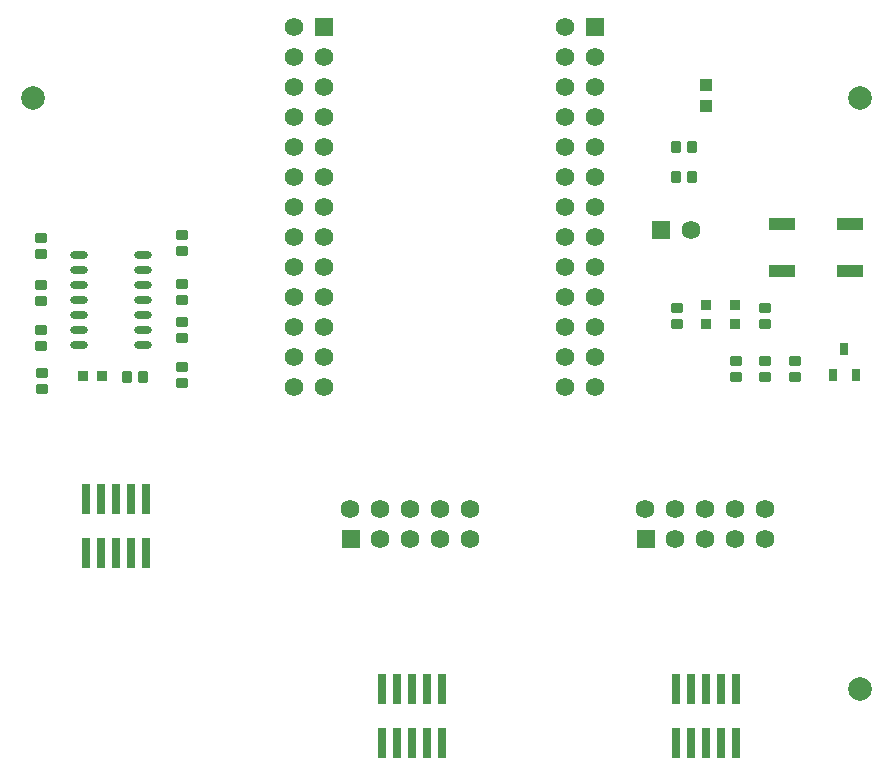
<source format=gts>
G04*
G04 #@! TF.GenerationSoftware,Altium Limited,Altium Designer,20.2.6 (244)*
G04*
G04 Layer_Color=8388736*
%FSLAX44Y44*%
%MOMM*%
G71*
G04*
G04 #@! TF.SameCoordinates,206DDC9A-6AB5-4D35-AA82-BAB3787187E7*
G04*
G04*
G04 #@! TF.FilePolarity,Negative*
G04*
G01*
G75*
G04:AMPARAMS|DCode=29|XSize=2.6mm|YSize=0.695mm|CornerRadius=0.1888mm|HoleSize=0mm|Usage=FLASHONLY|Rotation=90.000|XOffset=0mm|YOffset=0mm|HoleType=Round|Shape=RoundedRectangle|*
%AMROUNDEDRECTD29*
21,1,2.6000,0.3175,0,0,90.0*
21,1,2.2225,0.6950,0,0,90.0*
1,1,0.3775,0.1588,1.1113*
1,1,0.3775,0.1588,-1.1113*
1,1,0.3775,-0.1588,-1.1113*
1,1,0.3775,-0.1588,1.1113*
%
%ADD29ROUNDEDRECTD29*%
%ADD30R,0.6950X2.6000*%
%ADD31R,0.7100X1.1200*%
%ADD32O,1.5100X0.6600*%
%ADD33R,2.3100X1.1100*%
G04:AMPARAMS|DCode=34|XSize=1.01mm|YSize=0.86mm|CornerRadius=0.13mm|HoleSize=0mm|Usage=FLASHONLY|Rotation=0.000|XOffset=0mm|YOffset=0mm|HoleType=Round|Shape=RoundedRectangle|*
%AMROUNDEDRECTD34*
21,1,1.0100,0.6000,0,0,0.0*
21,1,0.7500,0.8600,0,0,0.0*
1,1,0.2600,0.3750,-0.3000*
1,1,0.2600,-0.3750,-0.3000*
1,1,0.2600,-0.3750,0.3000*
1,1,0.2600,0.3750,0.3000*
%
%ADD34ROUNDEDRECTD34*%
G04:AMPARAMS|DCode=35|XSize=1.01mm|YSize=0.86mm|CornerRadius=0.11mm|HoleSize=0mm|Usage=FLASHONLY|Rotation=0.000|XOffset=0mm|YOffset=0mm|HoleType=Round|Shape=RoundedRectangle|*
%AMROUNDEDRECTD35*
21,1,1.0100,0.6400,0,0,0.0*
21,1,0.7900,0.8600,0,0,0.0*
1,1,0.2200,0.3950,-0.3200*
1,1,0.2200,-0.3950,-0.3200*
1,1,0.2200,-0.3950,0.3200*
1,1,0.2200,0.3950,0.3200*
%
%ADD35ROUNDEDRECTD35*%
%ADD36R,1.0600X1.0600*%
%ADD37C,2.0000*%
G04:AMPARAMS|DCode=38|XSize=1.01mm|YSize=0.86mm|CornerRadius=0.13mm|HoleSize=0mm|Usage=FLASHONLY|Rotation=90.000|XOffset=0mm|YOffset=0mm|HoleType=Round|Shape=RoundedRectangle|*
%AMROUNDEDRECTD38*
21,1,1.0100,0.6000,0,0,90.0*
21,1,0.7500,0.8600,0,0,90.0*
1,1,0.2600,0.3000,0.3750*
1,1,0.2600,0.3000,-0.3750*
1,1,0.2600,-0.3000,-0.3750*
1,1,0.2600,-0.3000,0.3750*
%
%ADD38ROUNDEDRECTD38*%
G04:AMPARAMS|DCode=39|XSize=1.01mm|YSize=0.86mm|CornerRadius=0.11mm|HoleSize=0mm|Usage=FLASHONLY|Rotation=90.000|XOffset=0mm|YOffset=0mm|HoleType=Round|Shape=RoundedRectangle|*
%AMROUNDEDRECTD39*
21,1,1.0100,0.6400,0,0,90.0*
21,1,0.7900,0.8600,0,0,90.0*
1,1,0.2200,0.3200,0.3950*
1,1,0.2200,0.3200,-0.3950*
1,1,0.2200,-0.3200,-0.3950*
1,1,0.2200,-0.3200,0.3950*
%
%ADD39ROUNDEDRECTD39*%
%ADD40R,0.8600X0.9600*%
%ADD41R,0.8600X0.8600*%
%ADD42C,1.5840*%
%ADD43R,1.5840X1.5840*%
%ADD44C,1.5600*%
%ADD45R,1.5600X1.5600*%
D29*
X345200Y54280D02*
D03*
X594000D02*
D03*
X94600Y215140D02*
D03*
D30*
X345200Y100000D02*
D03*
X357900Y54280D02*
D03*
Y100000D02*
D03*
X370600Y54280D02*
D03*
Y100000D02*
D03*
X383300Y54280D02*
D03*
Y100000D02*
D03*
X396000Y54280D02*
D03*
Y100000D02*
D03*
X594000D02*
D03*
X606700Y54280D02*
D03*
Y100000D02*
D03*
X619400Y54280D02*
D03*
Y100000D02*
D03*
X632100Y54280D02*
D03*
Y100000D02*
D03*
X644800Y54280D02*
D03*
Y100000D02*
D03*
X94600Y260860D02*
D03*
X107300Y215140D02*
D03*
Y260860D02*
D03*
X120000Y215140D02*
D03*
Y260860D02*
D03*
X132700Y215140D02*
D03*
Y260860D02*
D03*
X145400Y215140D02*
D03*
Y260860D02*
D03*
D31*
X737000Y387750D02*
D03*
X746500Y365750D02*
D03*
X727500D02*
D03*
D32*
X88750Y467100D02*
D03*
Y454400D02*
D03*
Y441700D02*
D03*
Y429000D02*
D03*
Y416300D02*
D03*
Y403600D02*
D03*
Y390900D02*
D03*
X143250Y467100D02*
D03*
Y454400D02*
D03*
Y441700D02*
D03*
Y429000D02*
D03*
Y416300D02*
D03*
Y403600D02*
D03*
Y390900D02*
D03*
D33*
X684250Y493750D02*
D03*
Y454250D02*
D03*
X741750D02*
D03*
Y493750D02*
D03*
D34*
X670000Y377750D02*
D03*
X645000Y377750D02*
D03*
X57000Y390250D02*
D03*
X595478Y409250D02*
D03*
X670000Y409250D02*
D03*
X176280Y410350D02*
D03*
X695000Y377750D02*
D03*
X57151Y354250D02*
D03*
X176280Y442750D02*
D03*
X57000Y481500D02*
D03*
X176280Y359250D02*
D03*
X176000Y471250D02*
D03*
X57000Y428250D02*
D03*
D35*
X670000Y364250D02*
D03*
X645000Y364250D02*
D03*
X57000Y403750D02*
D03*
X595478Y422750D02*
D03*
X670000Y422750D02*
D03*
X176280Y396850D02*
D03*
X695000Y364250D02*
D03*
X57151Y367750D02*
D03*
X176280Y429250D02*
D03*
X57000Y468000D02*
D03*
X176280Y372750D02*
D03*
X176000Y484750D02*
D03*
X57000Y441750D02*
D03*
D36*
X620008Y593224D02*
D03*
Y611004D02*
D03*
D37*
X750000Y600000D02*
D03*
Y100000D02*
D03*
X50000Y600000D02*
D03*
D38*
X594217Y533280D02*
D03*
Y558680D02*
D03*
X129250Y364250D02*
D03*
D39*
X607716Y533280D02*
D03*
Y558680D02*
D03*
X142750Y364250D02*
D03*
D40*
X92000Y365000D02*
D03*
X108000D02*
D03*
D41*
X620000Y425250D02*
D03*
Y408750D02*
D03*
X644600Y425250D02*
D03*
Y408750D02*
D03*
D42*
X394600Y227000D02*
D03*
X420000D02*
D03*
Y252400D02*
D03*
X394600D02*
D03*
X369200D02*
D03*
Y227000D02*
D03*
X343800Y252400D02*
D03*
Y227000D02*
D03*
X318400Y252400D02*
D03*
X644600Y227000D02*
D03*
X670000D02*
D03*
Y252400D02*
D03*
X644600D02*
D03*
X619200D02*
D03*
Y227000D02*
D03*
X593800Y252400D02*
D03*
Y227000D02*
D03*
X568400Y252400D02*
D03*
X607400Y488500D02*
D03*
D43*
X318908Y226746D02*
D03*
X568908D02*
D03*
X582000Y488500D02*
D03*
D44*
X525520Y355480D02*
D03*
X500120D02*
D03*
X525520Y380880D02*
D03*
X500120D02*
D03*
X525520Y406280D02*
D03*
X500120D02*
D03*
X525520Y431680D02*
D03*
X500120D02*
D03*
X525520Y457080D02*
D03*
X500120D02*
D03*
X525520Y482480D02*
D03*
X500120D02*
D03*
X525520Y507880D02*
D03*
X500120D02*
D03*
X525520Y533280D02*
D03*
X500120D02*
D03*
X525520Y558680D02*
D03*
X500120D02*
D03*
X525520Y584080D02*
D03*
X500120D02*
D03*
X525520Y609480D02*
D03*
X500120D02*
D03*
X525520Y634880D02*
D03*
X500120D02*
D03*
Y660280D02*
D03*
X271220D02*
D03*
Y634880D02*
D03*
X296620D02*
D03*
X271220Y609480D02*
D03*
X296620D02*
D03*
X271220Y584080D02*
D03*
X296620D02*
D03*
X271220Y558680D02*
D03*
X296620D02*
D03*
X271220Y533280D02*
D03*
X296620D02*
D03*
X271220Y507880D02*
D03*
X296620D02*
D03*
X271220Y482480D02*
D03*
X296620D02*
D03*
X271220Y457080D02*
D03*
X296620D02*
D03*
X271220Y431680D02*
D03*
X296620D02*
D03*
X271220Y406280D02*
D03*
X296620D02*
D03*
X271220Y380880D02*
D03*
X296620D02*
D03*
X271220Y355480D02*
D03*
X296620D02*
D03*
D45*
X525520Y660280D02*
D03*
X296620D02*
D03*
M02*

</source>
